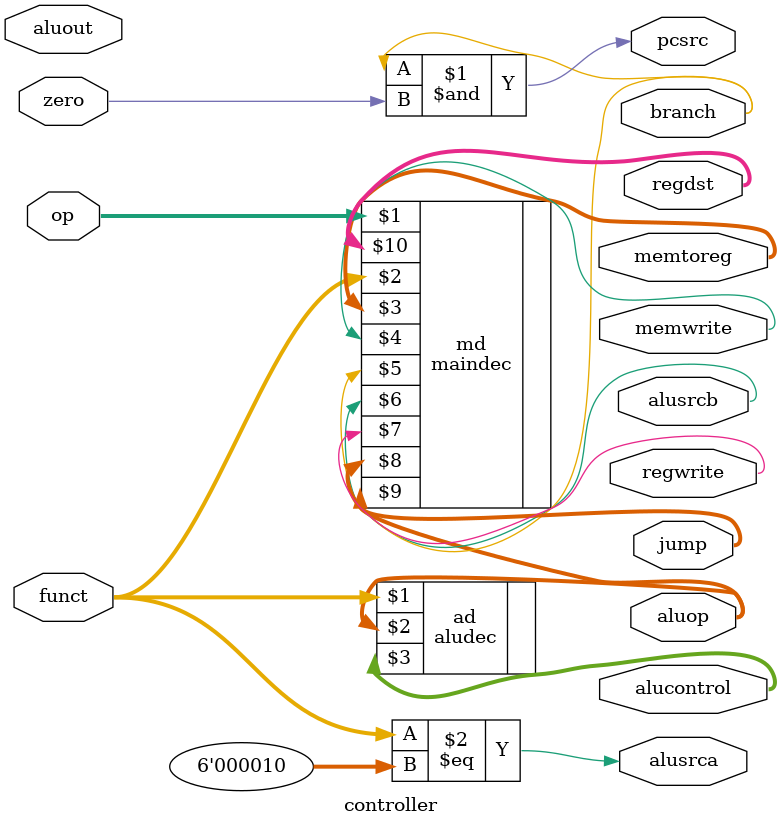
<source format=sv>
module controller(input  logic[5:0] op, funct,
                  input  logic zero,
                  input  logic[31:0] aluout,
                  output logic[1:0]  memtoreg, aluop, regdst,
                  output logic memwrite,
                  output logic pcsrc, alusrca, alusrcb,
                  output logic regwrite,
                  output logic [1:0] jump, 
                  output logic branch, 
                  output logic[2:0] alucontrol);
                  
  maindec md (op,funct, memtoreg, memwrite, branch, alusrcb, regwrite, jump, aluop, regdst);

   aludec  ad (funct, aluop, alucontrol);

   assign pcsrc = (branch & zero);
  
   assign alusrca = (funct == 6'b000010); // If it is shift right logic

endmodule
</source>
